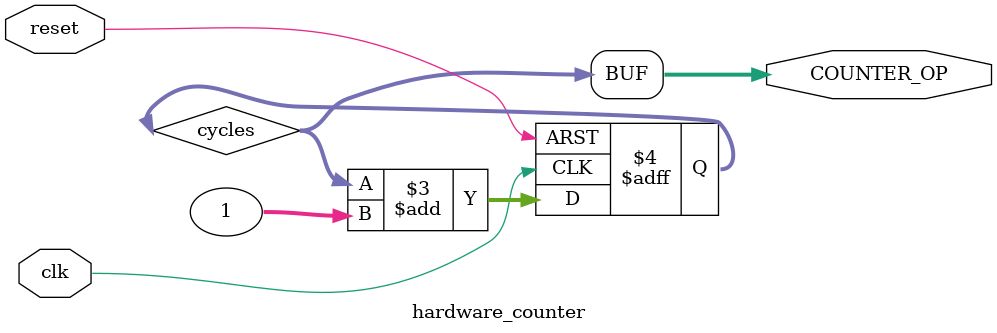
<source format=v>


module hardware_counter(
    input clk,
    input reset,
    output [31:0] COUNTER_OP
);

    reg [31:0] cycles;

    always @(posedge clk or negedge reset) begin
        if(!reset)begin
            cycles <= 32'd0;
        end else begin
            cycles <= cycles + 1;
        end
    end

    assign COUNTER_OP = cycles;

endmodule
</source>
